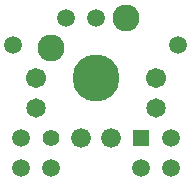
<source format=gts>
G04 (created by PCBNEW (2013-may-18)-stable) date Mon 24 Aug 2015 01:03:10 AM EDT*
%MOIN*%
G04 Gerber Fmt 3.4, Leading zero omitted, Abs format*
%FSLAX34Y34*%
G01*
G70*
G90*
G04 APERTURE LIST*
%ADD10C,0.00590551*%
%ADD11C,0.065*%
%ADD12C,0.0590551*%
%ADD13C,0.066*%
%ADD14R,0.055X0.055*%
%ADD15C,0.055*%
%ADD16C,0.09*%
%ADD17C,0.157*%
%ADD18C,0.067*%
G04 APERTURE END LIST*
G54D10*
G54D11*
X96000Y-44500D03*
X100000Y-44500D03*
G54D12*
X98000Y-41500D03*
X97000Y-41500D03*
X95500Y-45500D03*
X95250Y-42400D03*
X95500Y-46500D03*
X96500Y-46500D03*
X100750Y-42400D03*
X100500Y-45500D03*
G54D13*
X97500Y-45500D03*
X98500Y-45500D03*
G54D14*
X99500Y-45500D03*
G54D15*
X96500Y-45500D03*
G54D16*
X99000Y-41500D03*
X96500Y-42500D03*
G54D17*
X98000Y-43500D03*
G54D18*
X96000Y-43500D03*
X100000Y-43500D03*
G54D12*
X100500Y-46500D03*
X99500Y-46500D03*
M02*

</source>
